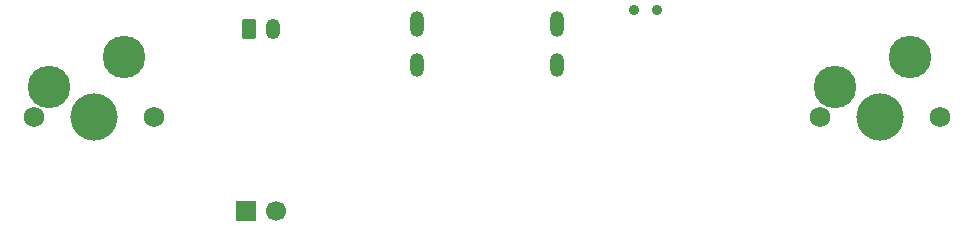
<source format=gts>
%TF.GenerationSoftware,KiCad,Pcbnew,9.0.3*%
%TF.CreationDate,2025-07-18T01:49:26-04:00*%
%TF.ProjectId,board,626f6172-642e-46b6-9963-61645f706362,rev?*%
%TF.SameCoordinates,Original*%
%TF.FileFunction,Soldermask,Top*%
%TF.FilePolarity,Negative*%
%FSLAX46Y46*%
G04 Gerber Fmt 4.6, Leading zero omitted, Abs format (unit mm)*
G04 Created by KiCad (PCBNEW 9.0.3) date 2025-07-18 01:49:26*
%MOMM*%
%LPD*%
G01*
G04 APERTURE LIST*
G04 Aperture macros list*
%AMRoundRect*
0 Rectangle with rounded corners*
0 $1 Rounding radius*
0 $2 $3 $4 $5 $6 $7 $8 $9 X,Y pos of 4 corners*
0 Add a 4 corners polygon primitive as box body*
4,1,4,$2,$3,$4,$5,$6,$7,$8,$9,$2,$3,0*
0 Add four circle primitives for the rounded corners*
1,1,$1+$1,$2,$3*
1,1,$1+$1,$4,$5*
1,1,$1+$1,$6,$7*
1,1,$1+$1,$8,$9*
0 Add four rect primitives between the rounded corners*
20,1,$1+$1,$2,$3,$4,$5,0*
20,1,$1+$1,$4,$5,$6,$7,0*
20,1,$1+$1,$6,$7,$8,$9,0*
20,1,$1+$1,$8,$9,$2,$3,0*%
G04 Aperture macros list end*
%ADD10RoundRect,0.250000X-0.350000X-0.625000X0.350000X-0.625000X0.350000X0.625000X-0.350000X0.625000X0*%
%ADD11O,1.200000X1.750000*%
%ADD12R,1.700000X1.700000*%
%ADD13C,1.700000*%
%ADD14C,1.750000*%
%ADD15C,4.000000*%
%ADD16C,3.600000*%
%ADD17C,0.900000*%
%ADD18O,1.204000X2.004000*%
%ADD19O,1.204000X2.204000*%
G04 APERTURE END LIST*
D10*
%TO.C,J2*%
X42900001Y-22250000D03*
D11*
X44900002Y-22250000D03*
%TD*%
D12*
%TO.C,J4*%
X42625000Y-37600000D03*
D13*
X45165000Y-37600000D03*
%TD*%
D14*
%TO.C,SW1*%
X24620001Y-29700000D03*
D15*
X29700000Y-29700000D03*
D14*
X34779999Y-29700000D03*
D16*
X25890000Y-27160000D03*
X32240000Y-24620000D03*
%TD*%
D14*
%TO.C,SW2*%
X91220001Y-29700000D03*
D15*
X96300000Y-29700000D03*
D14*
X101379999Y-29700000D03*
D16*
X92490000Y-27160000D03*
X98840000Y-24620000D03*
%TD*%
D17*
%TO.C,SW3*%
X75475000Y-20650000D03*
X77425000Y-20650000D03*
%TD*%
D18*
%TO.C,J1*%
X57050000Y-25300000D03*
X68950000Y-25300000D03*
D19*
X57050000Y-21800000D03*
X68950000Y-21800000D03*
%TD*%
M02*

</source>
